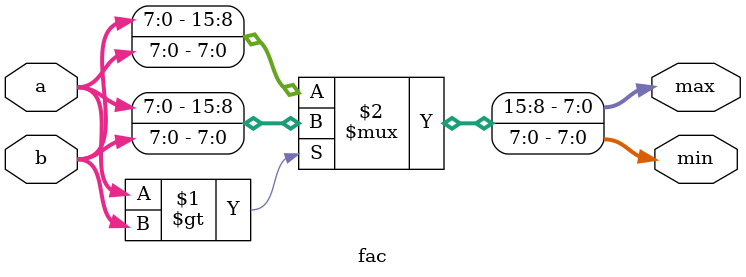
<source format=v>
module fac (a,b,max,min);
input [7:0] a,b;
output [7:0] max,min;
wire   [7:0] max,min;

assign {max,min} = a > b ? {a,b} : {b,a};

endmodule

</source>
